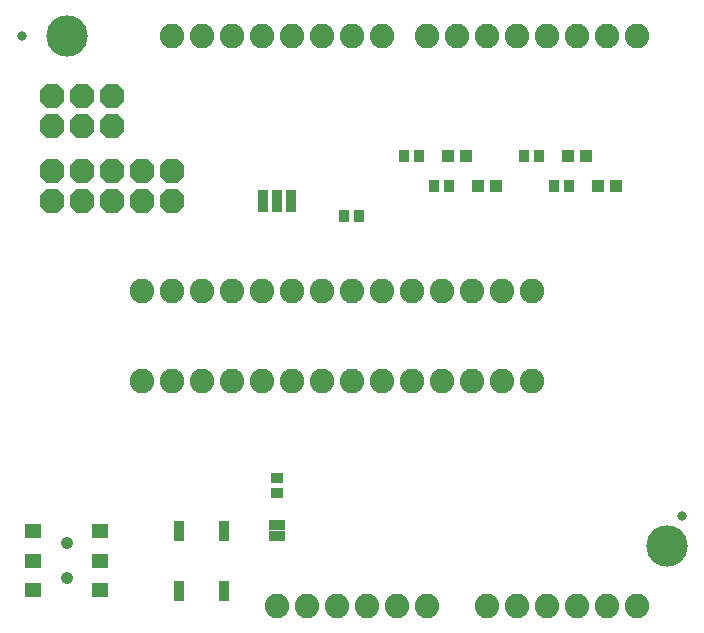
<source format=gbr>
G04 EAGLE Gerber RS-274X export*
G75*
%MOMM*%
%FSLAX34Y34*%
%LPD*%
%INSoldermask Top*%
%IPPOS*%
%AMOC8*
5,1,8,0,0,1.08239X$1,22.5*%
G01*
%ADD10C,2.082800*%
%ADD11P,2.254402X8X22.500000*%
%ADD12R,0.903200X1.903200*%
%ADD13R,1.003200X1.003200*%
%ADD14R,0.903200X1.103200*%
%ADD15C,3.505200*%
%ADD16R,1.353200X1.203200*%
%ADD17C,1.053200*%
%ADD18C,0.838200*%
%ADD19R,0.965200X1.727200*%
%ADD20R,1.473200X0.838200*%
%ADD21R,1.103200X0.903200*%


D10*
X457200Y292100D03*
X431800Y292100D03*
X406400Y292100D03*
X381000Y292100D03*
X355600Y292100D03*
X330200Y292100D03*
X304800Y292100D03*
X279400Y292100D03*
X254000Y292100D03*
X228600Y292100D03*
X203200Y292100D03*
X177800Y292100D03*
X152400Y292100D03*
X127000Y292100D03*
X127000Y215900D03*
X152400Y215900D03*
X177800Y215900D03*
X203200Y215900D03*
X228600Y215900D03*
X254000Y215900D03*
X279400Y215900D03*
X304800Y215900D03*
X330200Y215900D03*
X355600Y215900D03*
X381000Y215900D03*
X406400Y215900D03*
X431800Y215900D03*
X457200Y215900D03*
D11*
X50800Y431800D03*
X50800Y457200D03*
X76200Y431800D03*
X76200Y457200D03*
X101600Y431800D03*
X101600Y457200D03*
D12*
X229300Y368300D03*
X241300Y368300D03*
X253300Y368300D03*
D13*
X528200Y381000D03*
X513200Y381000D03*
D14*
X476100Y381000D03*
X489100Y381000D03*
D10*
X241300Y25400D03*
X266700Y25400D03*
X292100Y25400D03*
X317500Y25400D03*
X342900Y25400D03*
X368300Y25400D03*
X419100Y25400D03*
X444500Y25400D03*
X469900Y25400D03*
X495300Y25400D03*
X520700Y25400D03*
X546100Y25400D03*
X546100Y508000D03*
X520700Y508000D03*
X495300Y508000D03*
X469900Y508000D03*
X444500Y508000D03*
X419100Y508000D03*
X393700Y508000D03*
X368300Y508000D03*
X330200Y508000D03*
X304800Y508000D03*
X279400Y508000D03*
X254000Y508000D03*
X228600Y508000D03*
X203200Y508000D03*
X177800Y508000D03*
X152400Y508000D03*
D15*
X571500Y76200D03*
X63500Y508000D03*
D16*
X91750Y38500D03*
X91750Y63500D03*
X91750Y88500D03*
X35250Y38500D03*
X35250Y63500D03*
X35250Y88500D03*
D17*
X63500Y48500D03*
X63500Y78500D03*
D13*
X502800Y406400D03*
X487800Y406400D03*
D14*
X450700Y406400D03*
X463700Y406400D03*
D13*
X401200Y406400D03*
X386200Y406400D03*
D14*
X349100Y406400D03*
X362100Y406400D03*
D13*
X426600Y381000D03*
X411600Y381000D03*
D14*
X374500Y381000D03*
X387500Y381000D03*
D18*
X584200Y101600D03*
X25400Y508000D03*
D19*
X158750Y38100D03*
X158750Y88900D03*
X196850Y38100D03*
X196850Y88900D03*
D14*
X298300Y355600D03*
X311300Y355600D03*
D11*
X50800Y368300D03*
X50800Y393700D03*
X76200Y368300D03*
X76200Y393700D03*
X101600Y368300D03*
X101600Y393700D03*
X127000Y368300D03*
X127000Y393700D03*
X152400Y368300D03*
X152400Y393700D03*
D20*
X241300Y84400D03*
X241300Y93400D03*
D21*
X241300Y120500D03*
X241300Y133500D03*
M02*

</source>
